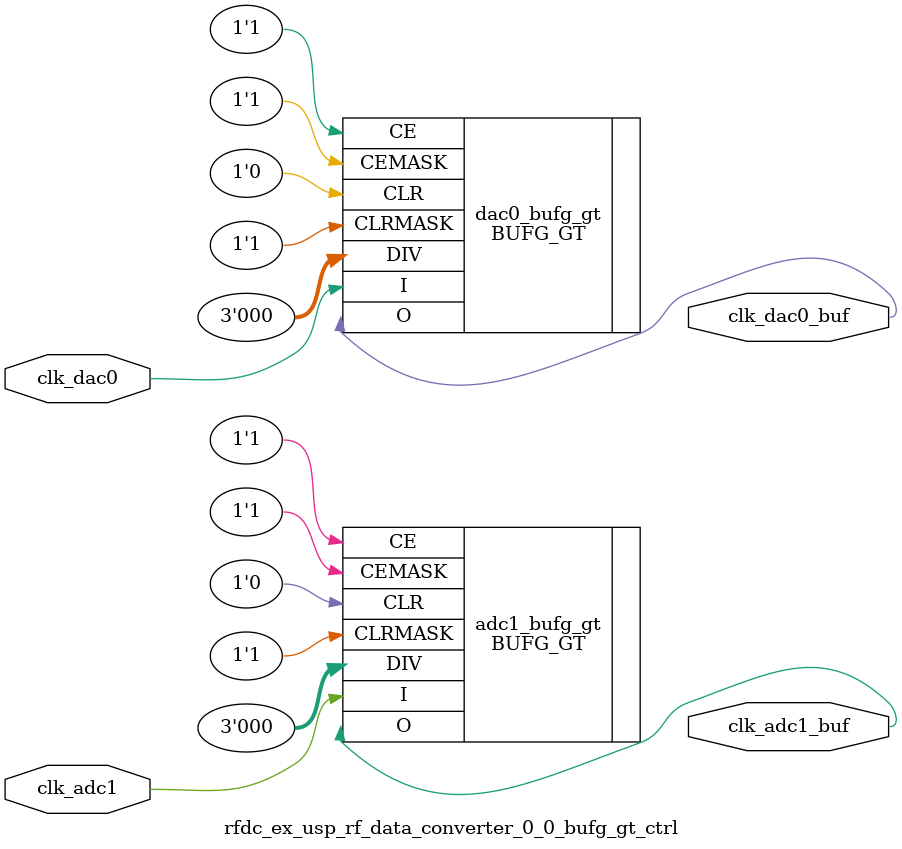
<source format=v>


`timescale 1ns / 1ps

(* DowngradeIPIdentifiedWarnings="yes" *)
module rfdc_ex_usp_rf_data_converter_0_0_bufg_gt_ctrl (
  // DAC Fabric Feedback Clock for Tile 0
  input    clk_dac0,
  output   clk_dac0_buf,
      
  // ADC Fabric Feedback Clock for Tile 1
  input    clk_adc1,
  
  output   clk_adc1_buf
    
);

  BUFG_GT dac0_bufg_gt
  (
    .I       (clk_dac0),
    .CE      (1'b1),
    .CEMASK  (1'b1),
    .CLR     (1'b0),
    .CLRMASK (1'b1),
    .DIV     (3'b000),
    .O       (clk_dac0_buf)
  );  

 
  BUFG_GT adc1_bufg_gt
  (
    .I       (clk_adc1),
    .CE      (1'b1),
    .CEMASK  (1'b1),
    .CLR     (1'b0),
    .CLRMASK (1'b1),
    .DIV     (3'b000),
    .O       (clk_adc1_buf)
  );  

endmodule

</source>
